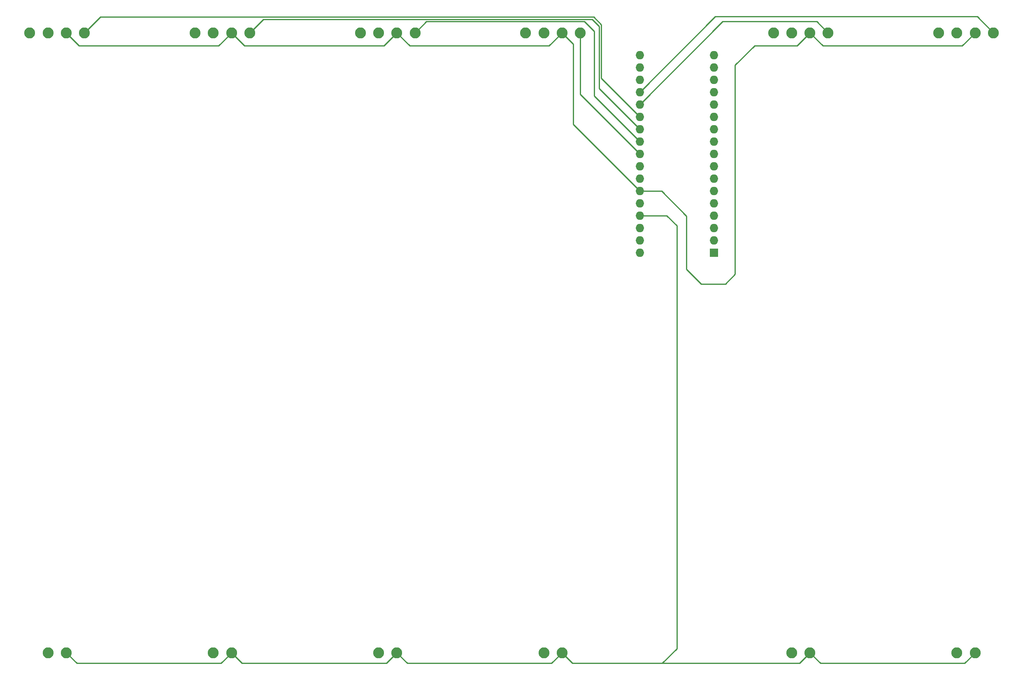
<source format=gbr>
%TF.GenerationSoftware,KiCad,Pcbnew,(5.1.6)-1*%
%TF.CreationDate,2020-06-13T20:20:11+02:00*%
%TF.ProjectId,Snackboard,536e6163-6b62-46f6-9172-642e6b696361,rev?*%
%TF.SameCoordinates,Original*%
%TF.FileFunction,Copper,L2,Bot*%
%TF.FilePolarity,Positive*%
%FSLAX46Y46*%
G04 Gerber Fmt 4.6, Leading zero omitted, Abs format (unit mm)*
G04 Created by KiCad (PCBNEW (5.1.6)-1) date 2020-06-13 20:20:11*
%MOMM*%
%LPD*%
G01*
G04 APERTURE LIST*
%TA.AperFunction,ComponentPad*%
%ADD10C,2.250000*%
%TD*%
%TA.AperFunction,ComponentPad*%
%ADD11O,1.727200X1.727200*%
%TD*%
%TA.AperFunction,ComponentPad*%
%ADD12R,1.727200X1.727200*%
%TD*%
%TA.AperFunction,Conductor*%
%ADD13C,0.250000*%
%TD*%
G04 APERTURE END LIST*
D10*
%TO.P,VR6,B3*%
%TO.N,Net-(VR6-PadB3)*%
X76140000Y-164140000D03*
%TO.P,VR6,B2*%
%TO.N,Net-(VR6-PadB2)*%
X72390000Y-36640000D03*
%TO.P,VR6,B1*%
%TO.N,Net-(VR6-PadB1)*%
X76140000Y-36640000D03*
%TO.P,VR6,A3*%
%TO.N,GND*%
X79890000Y-164140000D03*
%TO.P,VR6,A2*%
%TO.N,A2*%
X83640000Y-36640000D03*
%TO.P,VR6,A1*%
%TO.N,5V*%
X79890000Y-36640000D03*
%TD*%
%TO.P,VR5,B3*%
%TO.N,Net-(VR5-PadB3)*%
X110140000Y-164140000D03*
%TO.P,VR5,B2*%
%TO.N,Net-(VR5-PadB2)*%
X106390000Y-36640000D03*
%TO.P,VR5,B1*%
%TO.N,Net-(VR5-PadB1)*%
X110140000Y-36640000D03*
%TO.P,VR5,A3*%
%TO.N,GND*%
X113890000Y-164140000D03*
%TO.P,VR5,A2*%
%TO.N,A3*%
X117640000Y-36640000D03*
%TO.P,VR5,A1*%
%TO.N,5V*%
X113890000Y-36640000D03*
%TD*%
%TO.P,VR1,B3*%
%TO.N,Net-(VR1-PadB3)*%
X263140000Y-164140000D03*
%TO.P,VR1,B2*%
%TO.N,Net-(VR1-PadB2)*%
X259390000Y-36640000D03*
%TO.P,VR1,B1*%
%TO.N,Net-(VR1-PadB1)*%
X263140000Y-36640000D03*
%TO.P,VR1,A3*%
%TO.N,GND*%
X266890000Y-164140000D03*
%TO.P,VR1,A2*%
%TO.N,A0*%
X270640000Y-36640000D03*
%TO.P,VR1,A1*%
%TO.N,5V*%
X266890000Y-36640000D03*
%TD*%
%TO.P,VR2,B3*%
%TO.N,Net-(VR2-PadB3)*%
X229140000Y-164140000D03*
%TO.P,VR2,B2*%
%TO.N,Net-(VR2-PadB2)*%
X225390000Y-36640000D03*
%TO.P,VR2,B1*%
%TO.N,Net-(VR2-PadB1)*%
X229140000Y-36640000D03*
%TO.P,VR2,A3*%
%TO.N,GND*%
X232890000Y-164140000D03*
%TO.P,VR2,A2*%
%TO.N,A1*%
X236640000Y-36640000D03*
%TO.P,VR2,A1*%
%TO.N,5V*%
X232890000Y-36640000D03*
%TD*%
%TO.P,VR3,B3*%
%TO.N,Net-(VR3-PadB3)*%
X178140000Y-164140000D03*
%TO.P,VR3,B2*%
%TO.N,Net-(VR3-PadB2)*%
X174390000Y-36640000D03*
%TO.P,VR3,B1*%
%TO.N,Net-(VR3-PadB1)*%
X178140000Y-36640000D03*
%TO.P,VR3,A3*%
%TO.N,GND*%
X181890000Y-164140000D03*
%TO.P,VR3,A2*%
%TO.N,A5*%
X185640000Y-36640000D03*
%TO.P,VR3,A1*%
%TO.N,5V*%
X181890000Y-36640000D03*
%TD*%
%TO.P,VR4,B3*%
%TO.N,Net-(VR4-PadB3)*%
X144140000Y-164140000D03*
%TO.P,VR4,B2*%
%TO.N,Net-(VR4-PadB2)*%
X140390000Y-36640000D03*
%TO.P,VR4,B1*%
%TO.N,Net-(VR4-PadB1)*%
X144140000Y-36640000D03*
%TO.P,VR4,A3*%
%TO.N,GND*%
X147890000Y-164140000D03*
%TO.P,VR4,A2*%
%TO.N,A4*%
X151640000Y-36640000D03*
%TO.P,VR4,A1*%
%TO.N,5V*%
X147890000Y-36640000D03*
%TD*%
D11*
%TO.P,XA1,MISO*%
%TO.N,Net-(XA1-PadMISO)*%
X197878000Y-79320000D03*
%TO.P,XA1,A5*%
%TO.N,A5*%
X197878000Y-61540000D03*
%TO.P,XA1,A4*%
%TO.N,A4*%
X197878000Y-59000000D03*
%TO.P,XA1,A3*%
%TO.N,A3*%
X197878000Y-56460000D03*
%TO.P,XA1,A2*%
%TO.N,A2*%
X197878000Y-53920000D03*
%TO.P,XA1,A1*%
%TO.N,A1*%
X197878000Y-51380000D03*
%TO.P,XA1,*%
%TO.N,*%
X197878000Y-66620000D03*
%TO.P,XA1,D11*%
%TO.N,Net-(XA1-PadD11)*%
X213118000Y-43760000D03*
%TO.P,XA1,D12*%
%TO.N,Net-(XA1-PadD12)*%
X213118000Y-41220000D03*
%TO.P,XA1,D13*%
%TO.N,Net-(XA1-PadD13)*%
X197878000Y-41220000D03*
%TO.P,XA1,AREF*%
%TO.N,Net-(XA1-PadAREF)*%
X197878000Y-46300000D03*
%TO.P,XA1,D10*%
%TO.N,Net-(XA1-PadD10)*%
X213118000Y-46300000D03*
%TO.P,XA1,D9*%
%TO.N,Net-(XA1-PadD9)*%
X213118000Y-48840000D03*
%TO.P,XA1,D8*%
%TO.N,Net-(XA1-PadD8)*%
X213118000Y-51380000D03*
%TO.P,XA1,D7*%
%TO.N,Net-(XA1-PadD7)*%
X213118000Y-53920000D03*
%TO.P,XA1,D6*%
%TO.N,Net-(XA1-PadD6)*%
X213118000Y-56460000D03*
%TO.P,XA1,D5*%
%TO.N,Net-(XA1-PadD5)*%
X213118000Y-59000000D03*
%TO.P,XA1,D4*%
%TO.N,Net-(XA1-PadD4)*%
X213118000Y-61540000D03*
%TO.P,XA1,D3*%
%TO.N,Net-(XA1-PadD3)*%
X213118000Y-64080000D03*
%TO.P,XA1,D2*%
%TO.N,Net-(XA1-PadD2)*%
X213118000Y-66620000D03*
%TO.P,XA1,D1*%
%TO.N,Net-(XA1-PadD1)*%
X213118000Y-76780000D03*
%TO.P,XA1,D0*%
%TO.N,Net-(XA1-PadD0)*%
X213118000Y-74240000D03*
%TO.P,XA1,SS*%
%TO.N,Net-(XA1-PadSS)*%
X213118000Y-79320000D03*
%TO.P,XA1,RST1*%
%TO.N,Net-(XA1-PadRST1)*%
X197878000Y-71700000D03*
%TO.P,XA1,3V3*%
%TO.N,Net-(XA1-Pad3V3)*%
X197878000Y-43760000D03*
%TO.P,XA1,5V*%
%TO.N,5V*%
X197878000Y-69160000D03*
%TO.P,XA1,GND1*%
%TO.N,GND*%
X197878000Y-74240000D03*
%TO.P,XA1,GND2*%
%TO.N,Net-(XA1-PadGND2)*%
X213118000Y-69160000D03*
%TO.P,XA1,VIN*%
%TO.N,Net-(XA1-PadVIN)*%
X197878000Y-76780000D03*
%TO.P,XA1,A0*%
%TO.N,A0*%
X197878000Y-48840000D03*
%TO.P,XA1,SCK*%
%TO.N,Net-(XA1-PadSCK)*%
X197878000Y-81860000D03*
D12*
%TO.P,XA1,MOSI*%
%TO.N,Net-(XA1-PadMOSI)*%
X213118000Y-81860000D03*
D11*
%TO.P,XA1,RST2*%
%TO.N,Net-(XA1-PadRST2)*%
X213118000Y-71700000D03*
%TO.P,XA1,*%
%TO.N,*%
X197878000Y-64080000D03*
%TD*%
D13*
%TO.N,5V*%
X181890000Y-36640000D02*
X179230000Y-39300000D01*
X150550000Y-39300000D02*
X147890000Y-36640000D01*
X179230000Y-39300000D02*
X150550000Y-39300000D01*
X147890000Y-36640000D02*
X145230000Y-39300000D01*
X116550000Y-39300000D02*
X113890000Y-36640000D01*
X145230000Y-39300000D02*
X116550000Y-39300000D01*
X113890000Y-36640000D02*
X111230000Y-39300000D01*
X82550000Y-39300000D02*
X79890000Y-36640000D01*
X111230000Y-39300000D02*
X82550000Y-39300000D01*
X232890000Y-36640000D02*
X230230000Y-39300000D01*
X230230000Y-39300000D02*
X221500000Y-39300000D01*
X221500000Y-39300000D02*
X217500000Y-43300000D01*
X217500000Y-43300000D02*
X217500000Y-86300000D01*
X217500000Y-86300000D02*
X215500000Y-88300000D01*
X215500000Y-88300000D02*
X210500000Y-88300000D01*
X210500000Y-88300000D02*
X207500000Y-85300000D01*
X207500000Y-85300000D02*
X207500000Y-74300000D01*
X202360000Y-69160000D02*
X197878000Y-69160000D01*
X207500000Y-74300000D02*
X202360000Y-69160000D01*
X235550000Y-39300000D02*
X264230000Y-39300000D01*
X232890000Y-36640000D02*
X235550000Y-39300000D01*
X264230000Y-39300000D02*
X266890000Y-36640000D01*
X181890000Y-36640000D02*
X184215000Y-38965000D01*
X184215000Y-55497000D02*
X197878000Y-69160000D01*
X184215000Y-38965000D02*
X184215000Y-55497000D01*
%TO.N,A0*%
X270640000Y-36640000D02*
X267300000Y-33300000D01*
X213418000Y-33300000D02*
X197878000Y-48840000D01*
X267300000Y-33300000D02*
X213418000Y-33300000D01*
%TO.N,GND*%
X79890000Y-164140000D02*
X82050000Y-166300000D01*
X111730000Y-166300000D02*
X113890000Y-164140000D01*
X82050000Y-166300000D02*
X111730000Y-166300000D01*
X113890000Y-164140000D02*
X116050000Y-166300000D01*
X145730000Y-166300000D02*
X147890000Y-164140000D01*
X116050000Y-166300000D02*
X145730000Y-166300000D01*
X147890000Y-164140000D02*
X150050000Y-166300000D01*
X179730000Y-166300000D02*
X181890000Y-164140000D01*
X150050000Y-166300000D02*
X179730000Y-166300000D01*
X181890000Y-164140000D02*
X184050000Y-166300000D01*
X230730000Y-166300000D02*
X232890000Y-164140000D01*
X232890000Y-164140000D02*
X235050000Y-166300000D01*
X264730000Y-166300000D02*
X266890000Y-164140000D01*
X235050000Y-166300000D02*
X264730000Y-166300000D01*
X197878000Y-74240000D02*
X203440000Y-74240000D01*
X184050000Y-166300000D02*
X230730000Y-166300000D01*
X203440000Y-74240000D02*
X205500000Y-76300000D01*
X205500000Y-76300000D02*
X205500000Y-162300000D01*
X205500000Y-162300000D02*
X205500000Y-163300000D01*
X205500000Y-163300000D02*
X202500000Y-166300000D01*
%TO.N,A1*%
X236640000Y-36640000D02*
X234300000Y-34300000D01*
X214958000Y-34300000D02*
X197878000Y-51380000D01*
X234300000Y-34300000D02*
X214958000Y-34300000D01*
%TO.N,A2*%
X86880018Y-33399982D02*
X188400018Y-33399982D01*
X83640000Y-36640000D02*
X86880018Y-33399982D01*
X189950010Y-34949974D02*
X189950010Y-45992010D01*
X189950010Y-45992010D02*
X197878000Y-53920000D01*
X188400018Y-33399982D02*
X189950010Y-34949974D01*
%TO.N,A3*%
X188049991Y-33849991D02*
X189500000Y-35300000D01*
X117640000Y-36640000D02*
X120430009Y-33849991D01*
X120430009Y-33849991D02*
X188049991Y-33849991D01*
X189500000Y-48082000D02*
X197878000Y-56460000D01*
X189500000Y-35300000D02*
X189500000Y-48082000D01*
%TO.N,A4*%
X153980000Y-34300000D02*
X151640000Y-36640000D01*
X188500000Y-36300000D02*
X186500000Y-34300000D01*
X197878000Y-59000000D02*
X188500000Y-49622000D01*
X186500000Y-34300000D02*
X153980000Y-34300000D01*
X188500000Y-49622000D02*
X188500000Y-36300000D01*
%TO.N,A5*%
X185640000Y-49302000D02*
X197878000Y-61540000D01*
X185640000Y-36640000D02*
X185640000Y-49302000D01*
%TD*%
M02*

</source>
